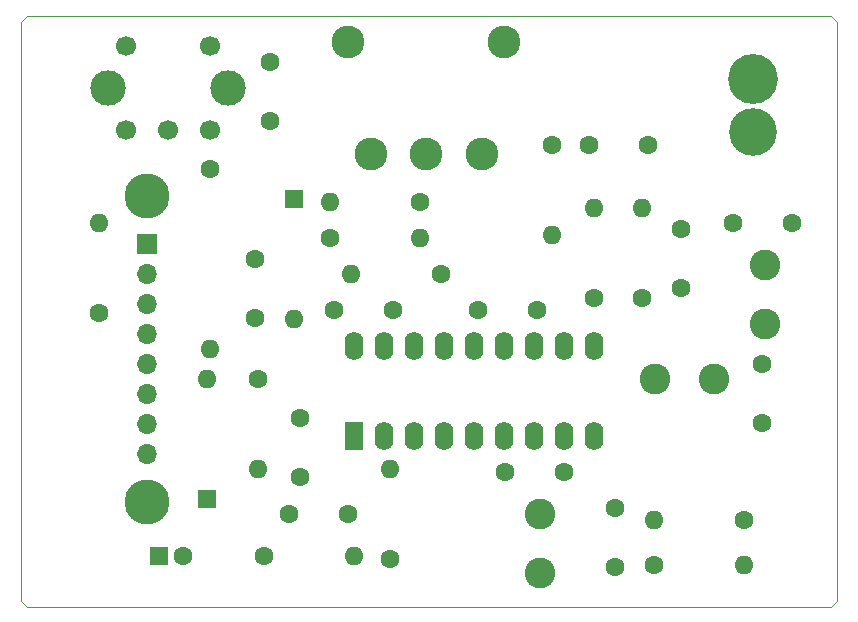
<source format=gbr>
%TF.GenerationSoftware,KiCad,Pcbnew,7.0.11-7.0.11~ubuntu22.04.1*%
%TF.CreationDate,2024-10-09T20:20:53-04:00*%
%TF.ProjectId,sub_rf_mod,7375625f-7266-45f6-9d6f-642e6b696361,rev?*%
%TF.SameCoordinates,Original*%
%TF.FileFunction,Copper,L1,Top*%
%TF.FilePolarity,Positive*%
%FSLAX46Y46*%
G04 Gerber Fmt 4.6, Leading zero omitted, Abs format (unit mm)*
G04 Created by KiCad (PCBNEW 7.0.11-7.0.11~ubuntu22.04.1) date 2024-10-09 20:20:53*
%MOMM*%
%LPD*%
G01*
G04 APERTURE LIST*
%TA.AperFunction,ComponentPad*%
%ADD10R,1.600000X1.600000*%
%TD*%
%TA.AperFunction,ComponentPad*%
%ADD11O,1.600000X1.600000*%
%TD*%
%TA.AperFunction,ComponentPad*%
%ADD12C,1.600000*%
%TD*%
%TA.AperFunction,ComponentPad*%
%ADD13R,1.700000X1.700000*%
%TD*%
%TA.AperFunction,ComponentPad*%
%ADD14O,1.700000X1.700000*%
%TD*%
%TA.AperFunction,ComponentPad*%
%ADD15C,2.600000*%
%TD*%
%TA.AperFunction,ComponentPad*%
%ADD16C,3.800000*%
%TD*%
%TA.AperFunction,ComponentPad*%
%ADD17R,1.600000X2.400000*%
%TD*%
%TA.AperFunction,ComponentPad*%
%ADD18O,1.600000X2.400000*%
%TD*%
%TA.AperFunction,ComponentPad*%
%ADD19C,2.775000*%
%TD*%
%TA.AperFunction,ComponentPad*%
%ADD20C,4.227000*%
%TD*%
%TA.AperFunction,ComponentPad*%
%ADD21C,4.039000*%
%TD*%
%TA.AperFunction,ComponentPad*%
%ADD22C,1.700000*%
%TD*%
%TA.AperFunction,ComponentPad*%
%ADD23C,3.000000*%
%TD*%
%TA.AperFunction,Profile*%
%ADD24C,0.100000*%
%TD*%
G04 APERTURE END LIST*
D10*
%TO.P,RF_D2,1,K*%
%TO.N,N/C*%
X140208000Y-78740000D03*
D11*
%TO.P,RF_D2,2,A*%
X140208000Y-88900000D03*
%TD*%
D12*
%TO.P,RF_C9,1*%
%TO.N,N/C*%
X172974000Y-86320000D03*
%TO.P,RF_C9,2*%
X172974000Y-81320000D03*
%TD*%
D10*
%TO.P,RF_C13,1*%
%TO.N,N/C*%
X128809328Y-108966000D03*
D12*
%TO.P,RF_C13,2*%
X130809328Y-108966000D03*
%TD*%
%TO.P,RF_C3,1*%
%TO.N,N/C*%
X140716000Y-97322000D03*
%TO.P,RF_C3,2*%
X140716000Y-102322000D03*
%TD*%
%TO.P,RF_JP1,1,A*%
%TO.N,N/C*%
X133096000Y-76200000D03*
D11*
%TO.P,RF_JP1,2,B*%
X133096000Y-91440000D03*
%TD*%
D12*
%TO.P,RF_R10,1*%
%TO.N,N/C*%
X150876000Y-78994000D03*
D11*
%TO.P,RF_R10,2*%
X143256000Y-78994000D03*
%TD*%
D13*
%TO.P,J4B1,1,Pin_1*%
%TO.N,N/C*%
X127762000Y-82550000D03*
D14*
%TO.P,J4B1,2,Pin_2*%
X127762000Y-85090000D03*
%TO.P,J4B1,3,Pin_3*%
X127762000Y-87630000D03*
%TO.P,J4B1,4,Pin_4*%
X127762000Y-90170000D03*
%TO.P,J4B1,5,Pin_5*%
X127762000Y-92710000D03*
%TO.P,J4B1,6,Pin_6*%
X127762000Y-95250000D03*
%TO.P,J4B1,7,Pin_7*%
X127762000Y-97790000D03*
%TO.P,J4B1,8,Pin_8*%
X127762000Y-100330000D03*
%TD*%
D12*
%TO.P,RF_C2,1*%
%TO.N,N/C*%
X136906000Y-83860000D03*
%TO.P,RF_C2,2*%
X136906000Y-88860000D03*
%TD*%
%TO.P,RF_R6,1*%
%TO.N,N/C*%
X170688000Y-109728000D03*
D11*
%TO.P,RF_R6,2*%
X178308000Y-109728000D03*
%TD*%
D12*
%TO.P,RF_C10,1*%
%TO.N,N/C*%
X179832000Y-97750000D03*
%TO.P,RF_C10,2*%
X179832000Y-92750000D03*
%TD*%
D15*
%TO.P,RF_L3,1,1*%
%TO.N,N/C*%
X161036000Y-105410000D03*
%TO.P,RF_L3,2,2*%
X161036000Y-110410000D03*
%TD*%
D16*
%TO.P,H17,1,1*%
%TO.N,N/C*%
X127762000Y-78486000D03*
%TD*%
D17*
%TO.P,RF_U1,1,CHROMA_LEAD*%
%TO.N,N/C*%
X145288000Y-98821000D03*
D18*
%TO.P,RF_U1,2,R-Y*%
X147828000Y-98821000D03*
%TO.P,RF_U1,3,CHROMA_BIAS*%
X150368000Y-98821000D03*
%TO.P,RF_U1,4,B-Y*%
X152908000Y-98821000D03*
%TO.P,RF_U1,5,GND*%
X155448000Y-98821000D03*
%TO.P,RF_U1,6,CHB_TANK1*%
X157988000Y-98821000D03*
%TO.P,RF_U1,7,CHB_TANK2*%
X160528000Y-98821000D03*
%TO.P,RF_U1,8,CHA_TANK1*%
X163068000Y-98821000D03*
%TO.P,RF_U1,9,CHA_TANK2*%
X165608000Y-98821000D03*
%TO.P,RF_U1,10,CHB_OUTPUT*%
X165608000Y-91201000D03*
%TO.P,RF_U1,11,CHA_OUTPUT*%
X163068000Y-91201000D03*
%TO.P,RF_U1,12,VIDEO_IN*%
X160528000Y-91201000D03*
%TO.P,RF_U1,13,CHROMA_SUBCAR*%
X157988000Y-91201000D03*
%TO.P,RF_U1,14,RF_SUPPLY*%
X155448000Y-91201000D03*
%TO.P,RF_U1,15,SOUND_TANK*%
X152908000Y-91201000D03*
%TO.P,RF_U1,16,CHROMA_SUPPLY*%
X150368000Y-91201000D03*
%TO.P,RF_U1,17,CHROMA_OSC*%
X147828000Y-91201000D03*
%TO.P,RF_U1,18,CHROMA_LAG*%
X145288000Y-91201000D03*
%TD*%
D12*
%TO.P,RF_C12,1*%
%TO.N,N/C*%
X163028000Y-101854000D03*
%TO.P,RF_C12,2*%
X158028000Y-101854000D03*
%TD*%
%TO.P,RF_R2,1*%
%TO.N,N/C*%
X137160000Y-93980000D03*
D11*
%TO.P,RF_R2,2*%
X137160000Y-101600000D03*
%TD*%
D12*
%TO.P,RF_C1,1*%
%TO.N,N/C*%
X138176000Y-72136000D03*
%TO.P,RF_C1,2*%
X138176000Y-67136000D03*
%TD*%
%TO.P,RF_C7,1*%
%TO.N,N/C*%
X155742000Y-88138000D03*
%TO.P,RF_C7,2*%
X160742000Y-88138000D03*
%TD*%
%TO.P,RF_R9,1*%
%TO.N,N/C*%
X162052000Y-74168000D03*
D11*
%TO.P,RF_R9,2*%
X162052000Y-81788000D03*
%TD*%
D19*
%TO.P,RF_SW1,1,A*%
%TO.N,N/C*%
X156084500Y-75003000D03*
%TO.P,RF_SW1,2,B*%
X151384500Y-75003000D03*
%TO.P,RF_SW1,3,C*%
X146684500Y-75003000D03*
%TO.P,RF_SW1,4*%
X144779500Y-65473000D03*
X157989500Y-65473000D03*
%TD*%
D20*
%TO.P,RF_J1,S*%
%TO.N,N/C*%
X179070000Y-68580000D03*
D21*
%TO.P,RF_J1,T*%
X179070000Y-73080000D03*
%TD*%
D16*
%TO.P,H16,1,1*%
%TO.N,N/C*%
X127762000Y-104394000D03*
%TD*%
D12*
%TO.P,RF_R5,1*%
%TO.N,N/C*%
X178308000Y-105918000D03*
D11*
%TO.P,RF_R5,2*%
X170688000Y-105918000D03*
%TD*%
D12*
%TO.P,RF_C6,1*%
%TO.N,N/C*%
X167386000Y-104942000D03*
%TO.P,RF_C6,2*%
X167386000Y-109942000D03*
%TD*%
D15*
%TO.P,RF_L2,1,1*%
%TO.N,N/C*%
X170728000Y-93980000D03*
%TO.P,RF_L2,2,2*%
X175728000Y-93980000D03*
%TD*%
D12*
%TO.P,RF_C8,1*%
%TO.N,N/C*%
X165140000Y-74168000D03*
%TO.P,RF_C8,2*%
X170140000Y-74168000D03*
%TD*%
%TO.P,RF_C5,1*%
%TO.N,N/C*%
X143550000Y-88138000D03*
%TO.P,RF_C5,2*%
X148550000Y-88138000D03*
%TD*%
D10*
%TO.P,RF_D1,1,K*%
%TO.N,N/C*%
X132842000Y-104140000D03*
D11*
%TO.P,RF_D1,2,A*%
X132842000Y-93980000D03*
%TD*%
D12*
%TO.P,RF_C11,1*%
%TO.N,N/C*%
X177332000Y-80772000D03*
%TO.P,RF_C11,2*%
X182332000Y-80772000D03*
%TD*%
%TO.P,RF_C4,1*%
%TO.N,N/C*%
X144740000Y-105410000D03*
%TO.P,RF_C4,2*%
X139740000Y-105410000D03*
%TD*%
%TO.P,RF_R11,1*%
%TO.N,N/C*%
X143256000Y-82042000D03*
D11*
%TO.P,RF_R11,2*%
X150876000Y-82042000D03*
%TD*%
D12*
%TO.P,RF_R7,1*%
%TO.N,N/C*%
X169672000Y-87122000D03*
D11*
%TO.P,RF_R7,2*%
X169672000Y-79502000D03*
%TD*%
D12*
%TO.P,RF_R8,1*%
%TO.N,N/C*%
X165608000Y-87122000D03*
D11*
%TO.P,RF_R8,2*%
X165608000Y-79502000D03*
%TD*%
D12*
%TO.P,RF_R1,1*%
%TO.N,N/C*%
X123698000Y-88392000D03*
D11*
%TO.P,RF_R1,2*%
X123698000Y-80772000D03*
%TD*%
D15*
%TO.P,RF_L1,1,1*%
%TO.N,N/C*%
X180086000Y-89368000D03*
%TO.P,RF_L1,2,2*%
X180086000Y-84368000D03*
%TD*%
D22*
%TO.P,RF_VL1,1,1*%
%TO.N,N/C*%
X125984000Y-72898000D03*
%TO.P,RF_VL1,2,2*%
X129540000Y-72898000D03*
%TO.P,RF_VL1,3,3*%
X133096000Y-72898000D03*
%TO.P,RF_VL1,4,4*%
X133096000Y-65786000D03*
%TO.P,RF_VL1,6,6*%
X125984000Y-65786000D03*
D23*
%TO.P,RF_VL1,S,S*%
X124460000Y-69342000D03*
X134620000Y-69342000D03*
%TD*%
D12*
%TO.P,RF_R3,1*%
%TO.N,N/C*%
X137668000Y-108966000D03*
D11*
%TO.P,RF_R3,2*%
X145288000Y-108966000D03*
%TD*%
D12*
%TO.P,RF_R4,1*%
%TO.N,N/C*%
X148336000Y-109220000D03*
D11*
%TO.P,RF_R4,2*%
X148336000Y-101600000D03*
%TD*%
D12*
%TO.P,RF_R12,1*%
%TO.N,N/C*%
X152654000Y-85090000D03*
D11*
%TO.P,RF_R12,2*%
X145034000Y-85090000D03*
%TD*%
D24*
X186182000Y-112776000D02*
X186182000Y-63754000D01*
X185674000Y-113284000D02*
X186182000Y-112776000D01*
X117094000Y-112776000D02*
X117094000Y-63754000D01*
X117602000Y-63246000D02*
X117094000Y-63754000D01*
X117602000Y-63246000D02*
X185674000Y-63246000D01*
X117602000Y-113284000D02*
X185674000Y-113284000D01*
X117094000Y-112776000D02*
X117602000Y-113284000D01*
X185674000Y-63246000D02*
X186182000Y-63754000D01*
M02*

</source>
